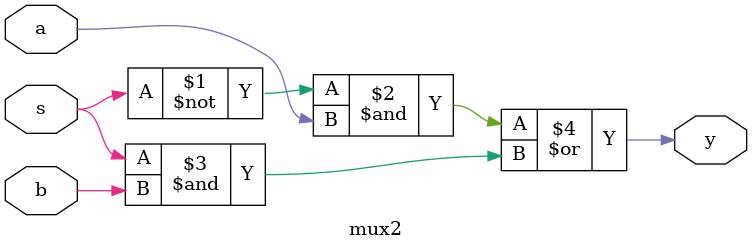
<source format=v>
module mux2(
    input a,
    input b,
    input s,
    output y
);
assign y = (~s&a)|(s&b);
endmodule

</source>
